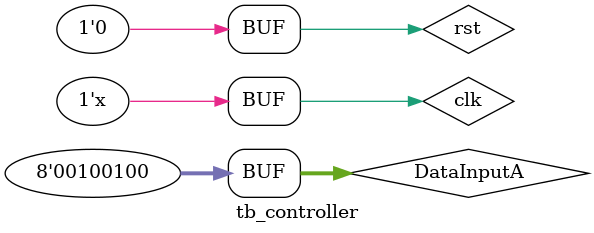
<source format=v>
`timescale 1ns / 1ps
module tb_controller;
    reg rst;
    reg clk;
    reg [7:0] DataInputA;
    wire [7:0] DataOutput1;
    wire [2:0] AddressA;
    wire [7:0] result;
    wire [7:0] addOut;
    wire [7:0] Q;
    wire [7:0] subOut;
    wire sign;
    wire [0:1] addressB;
    wire Wr_enable;
    wire Wr_enableB;
    wire IncrementB;
    wire IncrementA;

    TopModule T (result,Q,addOut,subOut,sign,DataOutput1,AddressA,addressB,IncrementA,rst,clk,Wr_enable,DataInputA,Wr_enableB,IncrementB);
    
    initial begin
     clk <= 0; rst <= 0; 
     #10 DataInputA <= 8'b00010100;
     #10 DataInputA <= 8'b00010101;
     #10 DataInputA <= 8'b10101010;
     #10 DataInputA <= 8'b11110000;
     #10 DataInputA <= 8'b00100010;
     #10 DataInputA <= 8'b11001100;
     #10 DataInputA <= 8'b01110110;
     #10 DataInputA <= 8'b00100100;   
     end 

    always
    begin
        #5 clk <= ~clk;
    end 
endmodule

</source>
